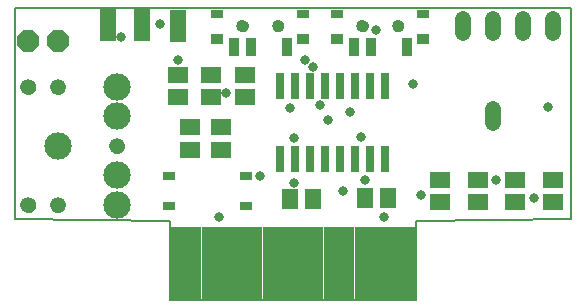
<source format=gts>
G75*
%MOIN*%
%OFA0B0*%
%FSLAX25Y25*%
%IPPOS*%
%LPD*%
%AMOC8*
5,1,8,0,0,1.08239X$1,22.5*
%
%ADD10C,0.00004*%
%ADD11C,0.00600*%
%ADD12R,0.03100X0.08500*%
%ADD13C,0.09100*%
%ADD14C,0.00000*%
%ADD15C,0.05224*%
%ADD16OC8,0.07100*%
%ADD17R,0.04437X0.02862*%
%ADD18R,0.05618X0.06799*%
%ADD19R,0.06799X0.05618*%
%ADD20R,0.03256X0.06406*%
%ADD21R,0.04437X0.03650*%
%ADD22C,0.04043*%
%ADD23C,0.05300*%
%ADD24R,0.05500X0.10500*%
%ADD25R,0.09949X0.24476*%
%ADD26C,0.03200*%
%ADD27C,0.03278*%
D10*
X0145979Y0027600D02*
X0146391Y0027600D01*
D11*
X0012741Y0028100D02*
X0012741Y0098600D01*
X0198241Y0098600D01*
X0198241Y0028100D01*
X0146391Y0027600D01*
X0146391Y0001300D01*
X0064591Y0001300D01*
X0064591Y0027600D01*
X0012741Y0028100D01*
D12*
X0101241Y0048250D03*
X0106241Y0048250D03*
X0111241Y0048250D03*
X0116241Y0048250D03*
X0121241Y0048250D03*
X0126241Y0048250D03*
X0131241Y0048250D03*
X0136241Y0048250D03*
X0136241Y0072450D03*
X0131241Y0072450D03*
X0126241Y0072450D03*
X0121241Y0072450D03*
X0116241Y0072450D03*
X0111241Y0072450D03*
X0106241Y0072450D03*
X0101241Y0072450D03*
D13*
X0046676Y0072285D03*
X0046676Y0062443D03*
X0026991Y0052600D03*
X0046676Y0042757D03*
X0046676Y0032915D03*
D14*
X0024629Y0032915D02*
X0024631Y0033012D01*
X0024637Y0033109D01*
X0024647Y0033205D01*
X0024661Y0033301D01*
X0024679Y0033397D01*
X0024700Y0033491D01*
X0024726Y0033585D01*
X0024755Y0033677D01*
X0024789Y0033768D01*
X0024825Y0033858D01*
X0024866Y0033946D01*
X0024910Y0034032D01*
X0024958Y0034117D01*
X0025009Y0034199D01*
X0025063Y0034280D01*
X0025121Y0034358D01*
X0025182Y0034433D01*
X0025245Y0034506D01*
X0025312Y0034577D01*
X0025382Y0034644D01*
X0025454Y0034709D01*
X0025529Y0034770D01*
X0025607Y0034829D01*
X0025686Y0034884D01*
X0025768Y0034936D01*
X0025852Y0034984D01*
X0025938Y0035029D01*
X0026026Y0035071D01*
X0026115Y0035109D01*
X0026206Y0035143D01*
X0026298Y0035173D01*
X0026391Y0035200D01*
X0026486Y0035222D01*
X0026581Y0035241D01*
X0026677Y0035256D01*
X0026773Y0035267D01*
X0026870Y0035274D01*
X0026967Y0035277D01*
X0027064Y0035276D01*
X0027161Y0035271D01*
X0027257Y0035262D01*
X0027353Y0035249D01*
X0027449Y0035232D01*
X0027544Y0035211D01*
X0027637Y0035187D01*
X0027730Y0035158D01*
X0027822Y0035126D01*
X0027912Y0035090D01*
X0028000Y0035051D01*
X0028087Y0035007D01*
X0028172Y0034961D01*
X0028255Y0034910D01*
X0028336Y0034857D01*
X0028414Y0034800D01*
X0028491Y0034740D01*
X0028564Y0034677D01*
X0028635Y0034611D01*
X0028703Y0034542D01*
X0028769Y0034470D01*
X0028831Y0034396D01*
X0028890Y0034319D01*
X0028946Y0034240D01*
X0028999Y0034158D01*
X0029049Y0034075D01*
X0029094Y0033989D01*
X0029137Y0033902D01*
X0029176Y0033813D01*
X0029211Y0033723D01*
X0029242Y0033631D01*
X0029269Y0033538D01*
X0029293Y0033444D01*
X0029313Y0033349D01*
X0029329Y0033253D01*
X0029341Y0033157D01*
X0029349Y0033060D01*
X0029353Y0032963D01*
X0029353Y0032867D01*
X0029349Y0032770D01*
X0029341Y0032673D01*
X0029329Y0032577D01*
X0029313Y0032481D01*
X0029293Y0032386D01*
X0029269Y0032292D01*
X0029242Y0032199D01*
X0029211Y0032107D01*
X0029176Y0032017D01*
X0029137Y0031928D01*
X0029094Y0031841D01*
X0029049Y0031755D01*
X0028999Y0031672D01*
X0028946Y0031590D01*
X0028890Y0031511D01*
X0028831Y0031434D01*
X0028769Y0031360D01*
X0028703Y0031288D01*
X0028635Y0031219D01*
X0028564Y0031153D01*
X0028491Y0031090D01*
X0028414Y0031030D01*
X0028336Y0030973D01*
X0028255Y0030920D01*
X0028172Y0030869D01*
X0028087Y0030823D01*
X0028000Y0030779D01*
X0027912Y0030740D01*
X0027822Y0030704D01*
X0027730Y0030672D01*
X0027637Y0030643D01*
X0027544Y0030619D01*
X0027449Y0030598D01*
X0027353Y0030581D01*
X0027257Y0030568D01*
X0027161Y0030559D01*
X0027064Y0030554D01*
X0026967Y0030553D01*
X0026870Y0030556D01*
X0026773Y0030563D01*
X0026677Y0030574D01*
X0026581Y0030589D01*
X0026486Y0030608D01*
X0026391Y0030630D01*
X0026298Y0030657D01*
X0026206Y0030687D01*
X0026115Y0030721D01*
X0026026Y0030759D01*
X0025938Y0030801D01*
X0025852Y0030846D01*
X0025768Y0030894D01*
X0025686Y0030946D01*
X0025607Y0031001D01*
X0025529Y0031060D01*
X0025454Y0031121D01*
X0025382Y0031186D01*
X0025312Y0031253D01*
X0025245Y0031324D01*
X0025182Y0031397D01*
X0025121Y0031472D01*
X0025063Y0031550D01*
X0025009Y0031631D01*
X0024958Y0031713D01*
X0024910Y0031798D01*
X0024866Y0031884D01*
X0024825Y0031972D01*
X0024789Y0032062D01*
X0024755Y0032153D01*
X0024726Y0032245D01*
X0024700Y0032339D01*
X0024679Y0032433D01*
X0024661Y0032529D01*
X0024647Y0032625D01*
X0024637Y0032721D01*
X0024631Y0032818D01*
X0024629Y0032915D01*
X0014786Y0032915D02*
X0014788Y0033012D01*
X0014794Y0033109D01*
X0014804Y0033205D01*
X0014818Y0033301D01*
X0014836Y0033397D01*
X0014857Y0033491D01*
X0014883Y0033585D01*
X0014912Y0033677D01*
X0014946Y0033768D01*
X0014982Y0033858D01*
X0015023Y0033946D01*
X0015067Y0034032D01*
X0015115Y0034117D01*
X0015166Y0034199D01*
X0015220Y0034280D01*
X0015278Y0034358D01*
X0015339Y0034433D01*
X0015402Y0034506D01*
X0015469Y0034577D01*
X0015539Y0034644D01*
X0015611Y0034709D01*
X0015686Y0034770D01*
X0015764Y0034829D01*
X0015843Y0034884D01*
X0015925Y0034936D01*
X0016009Y0034984D01*
X0016095Y0035029D01*
X0016183Y0035071D01*
X0016272Y0035109D01*
X0016363Y0035143D01*
X0016455Y0035173D01*
X0016548Y0035200D01*
X0016643Y0035222D01*
X0016738Y0035241D01*
X0016834Y0035256D01*
X0016930Y0035267D01*
X0017027Y0035274D01*
X0017124Y0035277D01*
X0017221Y0035276D01*
X0017318Y0035271D01*
X0017414Y0035262D01*
X0017510Y0035249D01*
X0017606Y0035232D01*
X0017701Y0035211D01*
X0017794Y0035187D01*
X0017887Y0035158D01*
X0017979Y0035126D01*
X0018069Y0035090D01*
X0018157Y0035051D01*
X0018244Y0035007D01*
X0018329Y0034961D01*
X0018412Y0034910D01*
X0018493Y0034857D01*
X0018571Y0034800D01*
X0018648Y0034740D01*
X0018721Y0034677D01*
X0018792Y0034611D01*
X0018860Y0034542D01*
X0018926Y0034470D01*
X0018988Y0034396D01*
X0019047Y0034319D01*
X0019103Y0034240D01*
X0019156Y0034158D01*
X0019206Y0034075D01*
X0019251Y0033989D01*
X0019294Y0033902D01*
X0019333Y0033813D01*
X0019368Y0033723D01*
X0019399Y0033631D01*
X0019426Y0033538D01*
X0019450Y0033444D01*
X0019470Y0033349D01*
X0019486Y0033253D01*
X0019498Y0033157D01*
X0019506Y0033060D01*
X0019510Y0032963D01*
X0019510Y0032867D01*
X0019506Y0032770D01*
X0019498Y0032673D01*
X0019486Y0032577D01*
X0019470Y0032481D01*
X0019450Y0032386D01*
X0019426Y0032292D01*
X0019399Y0032199D01*
X0019368Y0032107D01*
X0019333Y0032017D01*
X0019294Y0031928D01*
X0019251Y0031841D01*
X0019206Y0031755D01*
X0019156Y0031672D01*
X0019103Y0031590D01*
X0019047Y0031511D01*
X0018988Y0031434D01*
X0018926Y0031360D01*
X0018860Y0031288D01*
X0018792Y0031219D01*
X0018721Y0031153D01*
X0018648Y0031090D01*
X0018571Y0031030D01*
X0018493Y0030973D01*
X0018412Y0030920D01*
X0018329Y0030869D01*
X0018244Y0030823D01*
X0018157Y0030779D01*
X0018069Y0030740D01*
X0017979Y0030704D01*
X0017887Y0030672D01*
X0017794Y0030643D01*
X0017701Y0030619D01*
X0017606Y0030598D01*
X0017510Y0030581D01*
X0017414Y0030568D01*
X0017318Y0030559D01*
X0017221Y0030554D01*
X0017124Y0030553D01*
X0017027Y0030556D01*
X0016930Y0030563D01*
X0016834Y0030574D01*
X0016738Y0030589D01*
X0016643Y0030608D01*
X0016548Y0030630D01*
X0016455Y0030657D01*
X0016363Y0030687D01*
X0016272Y0030721D01*
X0016183Y0030759D01*
X0016095Y0030801D01*
X0016009Y0030846D01*
X0015925Y0030894D01*
X0015843Y0030946D01*
X0015764Y0031001D01*
X0015686Y0031060D01*
X0015611Y0031121D01*
X0015539Y0031186D01*
X0015469Y0031253D01*
X0015402Y0031324D01*
X0015339Y0031397D01*
X0015278Y0031472D01*
X0015220Y0031550D01*
X0015166Y0031631D01*
X0015115Y0031713D01*
X0015067Y0031798D01*
X0015023Y0031884D01*
X0014982Y0031972D01*
X0014946Y0032062D01*
X0014912Y0032153D01*
X0014883Y0032245D01*
X0014857Y0032339D01*
X0014836Y0032433D01*
X0014818Y0032529D01*
X0014804Y0032625D01*
X0014794Y0032721D01*
X0014788Y0032818D01*
X0014786Y0032915D01*
X0044314Y0052600D02*
X0044316Y0052697D01*
X0044322Y0052794D01*
X0044332Y0052890D01*
X0044346Y0052986D01*
X0044364Y0053082D01*
X0044385Y0053176D01*
X0044411Y0053270D01*
X0044440Y0053362D01*
X0044474Y0053453D01*
X0044510Y0053543D01*
X0044551Y0053631D01*
X0044595Y0053717D01*
X0044643Y0053802D01*
X0044694Y0053884D01*
X0044748Y0053965D01*
X0044806Y0054043D01*
X0044867Y0054118D01*
X0044930Y0054191D01*
X0044997Y0054262D01*
X0045067Y0054329D01*
X0045139Y0054394D01*
X0045214Y0054455D01*
X0045292Y0054514D01*
X0045371Y0054569D01*
X0045453Y0054621D01*
X0045537Y0054669D01*
X0045623Y0054714D01*
X0045711Y0054756D01*
X0045800Y0054794D01*
X0045891Y0054828D01*
X0045983Y0054858D01*
X0046076Y0054885D01*
X0046171Y0054907D01*
X0046266Y0054926D01*
X0046362Y0054941D01*
X0046458Y0054952D01*
X0046555Y0054959D01*
X0046652Y0054962D01*
X0046749Y0054961D01*
X0046846Y0054956D01*
X0046942Y0054947D01*
X0047038Y0054934D01*
X0047134Y0054917D01*
X0047229Y0054896D01*
X0047322Y0054872D01*
X0047415Y0054843D01*
X0047507Y0054811D01*
X0047597Y0054775D01*
X0047685Y0054736D01*
X0047772Y0054692D01*
X0047857Y0054646D01*
X0047940Y0054595D01*
X0048021Y0054542D01*
X0048099Y0054485D01*
X0048176Y0054425D01*
X0048249Y0054362D01*
X0048320Y0054296D01*
X0048388Y0054227D01*
X0048454Y0054155D01*
X0048516Y0054081D01*
X0048575Y0054004D01*
X0048631Y0053925D01*
X0048684Y0053843D01*
X0048734Y0053760D01*
X0048779Y0053674D01*
X0048822Y0053587D01*
X0048861Y0053498D01*
X0048896Y0053408D01*
X0048927Y0053316D01*
X0048954Y0053223D01*
X0048978Y0053129D01*
X0048998Y0053034D01*
X0049014Y0052938D01*
X0049026Y0052842D01*
X0049034Y0052745D01*
X0049038Y0052648D01*
X0049038Y0052552D01*
X0049034Y0052455D01*
X0049026Y0052358D01*
X0049014Y0052262D01*
X0048998Y0052166D01*
X0048978Y0052071D01*
X0048954Y0051977D01*
X0048927Y0051884D01*
X0048896Y0051792D01*
X0048861Y0051702D01*
X0048822Y0051613D01*
X0048779Y0051526D01*
X0048734Y0051440D01*
X0048684Y0051357D01*
X0048631Y0051275D01*
X0048575Y0051196D01*
X0048516Y0051119D01*
X0048454Y0051045D01*
X0048388Y0050973D01*
X0048320Y0050904D01*
X0048249Y0050838D01*
X0048176Y0050775D01*
X0048099Y0050715D01*
X0048021Y0050658D01*
X0047940Y0050605D01*
X0047857Y0050554D01*
X0047772Y0050508D01*
X0047685Y0050464D01*
X0047597Y0050425D01*
X0047507Y0050389D01*
X0047415Y0050357D01*
X0047322Y0050328D01*
X0047229Y0050304D01*
X0047134Y0050283D01*
X0047038Y0050266D01*
X0046942Y0050253D01*
X0046846Y0050244D01*
X0046749Y0050239D01*
X0046652Y0050238D01*
X0046555Y0050241D01*
X0046458Y0050248D01*
X0046362Y0050259D01*
X0046266Y0050274D01*
X0046171Y0050293D01*
X0046076Y0050315D01*
X0045983Y0050342D01*
X0045891Y0050372D01*
X0045800Y0050406D01*
X0045711Y0050444D01*
X0045623Y0050486D01*
X0045537Y0050531D01*
X0045453Y0050579D01*
X0045371Y0050631D01*
X0045292Y0050686D01*
X0045214Y0050745D01*
X0045139Y0050806D01*
X0045067Y0050871D01*
X0044997Y0050938D01*
X0044930Y0051009D01*
X0044867Y0051082D01*
X0044806Y0051157D01*
X0044748Y0051235D01*
X0044694Y0051316D01*
X0044643Y0051398D01*
X0044595Y0051483D01*
X0044551Y0051569D01*
X0044510Y0051657D01*
X0044474Y0051747D01*
X0044440Y0051838D01*
X0044411Y0051930D01*
X0044385Y0052024D01*
X0044364Y0052118D01*
X0044346Y0052214D01*
X0044332Y0052310D01*
X0044322Y0052406D01*
X0044316Y0052503D01*
X0044314Y0052600D01*
X0024629Y0072285D02*
X0024631Y0072382D01*
X0024637Y0072479D01*
X0024647Y0072575D01*
X0024661Y0072671D01*
X0024679Y0072767D01*
X0024700Y0072861D01*
X0024726Y0072955D01*
X0024755Y0073047D01*
X0024789Y0073138D01*
X0024825Y0073228D01*
X0024866Y0073316D01*
X0024910Y0073402D01*
X0024958Y0073487D01*
X0025009Y0073569D01*
X0025063Y0073650D01*
X0025121Y0073728D01*
X0025182Y0073803D01*
X0025245Y0073876D01*
X0025312Y0073947D01*
X0025382Y0074014D01*
X0025454Y0074079D01*
X0025529Y0074140D01*
X0025607Y0074199D01*
X0025686Y0074254D01*
X0025768Y0074306D01*
X0025852Y0074354D01*
X0025938Y0074399D01*
X0026026Y0074441D01*
X0026115Y0074479D01*
X0026206Y0074513D01*
X0026298Y0074543D01*
X0026391Y0074570D01*
X0026486Y0074592D01*
X0026581Y0074611D01*
X0026677Y0074626D01*
X0026773Y0074637D01*
X0026870Y0074644D01*
X0026967Y0074647D01*
X0027064Y0074646D01*
X0027161Y0074641D01*
X0027257Y0074632D01*
X0027353Y0074619D01*
X0027449Y0074602D01*
X0027544Y0074581D01*
X0027637Y0074557D01*
X0027730Y0074528D01*
X0027822Y0074496D01*
X0027912Y0074460D01*
X0028000Y0074421D01*
X0028087Y0074377D01*
X0028172Y0074331D01*
X0028255Y0074280D01*
X0028336Y0074227D01*
X0028414Y0074170D01*
X0028491Y0074110D01*
X0028564Y0074047D01*
X0028635Y0073981D01*
X0028703Y0073912D01*
X0028769Y0073840D01*
X0028831Y0073766D01*
X0028890Y0073689D01*
X0028946Y0073610D01*
X0028999Y0073528D01*
X0029049Y0073445D01*
X0029094Y0073359D01*
X0029137Y0073272D01*
X0029176Y0073183D01*
X0029211Y0073093D01*
X0029242Y0073001D01*
X0029269Y0072908D01*
X0029293Y0072814D01*
X0029313Y0072719D01*
X0029329Y0072623D01*
X0029341Y0072527D01*
X0029349Y0072430D01*
X0029353Y0072333D01*
X0029353Y0072237D01*
X0029349Y0072140D01*
X0029341Y0072043D01*
X0029329Y0071947D01*
X0029313Y0071851D01*
X0029293Y0071756D01*
X0029269Y0071662D01*
X0029242Y0071569D01*
X0029211Y0071477D01*
X0029176Y0071387D01*
X0029137Y0071298D01*
X0029094Y0071211D01*
X0029049Y0071125D01*
X0028999Y0071042D01*
X0028946Y0070960D01*
X0028890Y0070881D01*
X0028831Y0070804D01*
X0028769Y0070730D01*
X0028703Y0070658D01*
X0028635Y0070589D01*
X0028564Y0070523D01*
X0028491Y0070460D01*
X0028414Y0070400D01*
X0028336Y0070343D01*
X0028255Y0070290D01*
X0028172Y0070239D01*
X0028087Y0070193D01*
X0028000Y0070149D01*
X0027912Y0070110D01*
X0027822Y0070074D01*
X0027730Y0070042D01*
X0027637Y0070013D01*
X0027544Y0069989D01*
X0027449Y0069968D01*
X0027353Y0069951D01*
X0027257Y0069938D01*
X0027161Y0069929D01*
X0027064Y0069924D01*
X0026967Y0069923D01*
X0026870Y0069926D01*
X0026773Y0069933D01*
X0026677Y0069944D01*
X0026581Y0069959D01*
X0026486Y0069978D01*
X0026391Y0070000D01*
X0026298Y0070027D01*
X0026206Y0070057D01*
X0026115Y0070091D01*
X0026026Y0070129D01*
X0025938Y0070171D01*
X0025852Y0070216D01*
X0025768Y0070264D01*
X0025686Y0070316D01*
X0025607Y0070371D01*
X0025529Y0070430D01*
X0025454Y0070491D01*
X0025382Y0070556D01*
X0025312Y0070623D01*
X0025245Y0070694D01*
X0025182Y0070767D01*
X0025121Y0070842D01*
X0025063Y0070920D01*
X0025009Y0071001D01*
X0024958Y0071083D01*
X0024910Y0071168D01*
X0024866Y0071254D01*
X0024825Y0071342D01*
X0024789Y0071432D01*
X0024755Y0071523D01*
X0024726Y0071615D01*
X0024700Y0071709D01*
X0024679Y0071803D01*
X0024661Y0071899D01*
X0024647Y0071995D01*
X0024637Y0072091D01*
X0024631Y0072188D01*
X0024629Y0072285D01*
X0014786Y0072285D02*
X0014788Y0072382D01*
X0014794Y0072479D01*
X0014804Y0072575D01*
X0014818Y0072671D01*
X0014836Y0072767D01*
X0014857Y0072861D01*
X0014883Y0072955D01*
X0014912Y0073047D01*
X0014946Y0073138D01*
X0014982Y0073228D01*
X0015023Y0073316D01*
X0015067Y0073402D01*
X0015115Y0073487D01*
X0015166Y0073569D01*
X0015220Y0073650D01*
X0015278Y0073728D01*
X0015339Y0073803D01*
X0015402Y0073876D01*
X0015469Y0073947D01*
X0015539Y0074014D01*
X0015611Y0074079D01*
X0015686Y0074140D01*
X0015764Y0074199D01*
X0015843Y0074254D01*
X0015925Y0074306D01*
X0016009Y0074354D01*
X0016095Y0074399D01*
X0016183Y0074441D01*
X0016272Y0074479D01*
X0016363Y0074513D01*
X0016455Y0074543D01*
X0016548Y0074570D01*
X0016643Y0074592D01*
X0016738Y0074611D01*
X0016834Y0074626D01*
X0016930Y0074637D01*
X0017027Y0074644D01*
X0017124Y0074647D01*
X0017221Y0074646D01*
X0017318Y0074641D01*
X0017414Y0074632D01*
X0017510Y0074619D01*
X0017606Y0074602D01*
X0017701Y0074581D01*
X0017794Y0074557D01*
X0017887Y0074528D01*
X0017979Y0074496D01*
X0018069Y0074460D01*
X0018157Y0074421D01*
X0018244Y0074377D01*
X0018329Y0074331D01*
X0018412Y0074280D01*
X0018493Y0074227D01*
X0018571Y0074170D01*
X0018648Y0074110D01*
X0018721Y0074047D01*
X0018792Y0073981D01*
X0018860Y0073912D01*
X0018926Y0073840D01*
X0018988Y0073766D01*
X0019047Y0073689D01*
X0019103Y0073610D01*
X0019156Y0073528D01*
X0019206Y0073445D01*
X0019251Y0073359D01*
X0019294Y0073272D01*
X0019333Y0073183D01*
X0019368Y0073093D01*
X0019399Y0073001D01*
X0019426Y0072908D01*
X0019450Y0072814D01*
X0019470Y0072719D01*
X0019486Y0072623D01*
X0019498Y0072527D01*
X0019506Y0072430D01*
X0019510Y0072333D01*
X0019510Y0072237D01*
X0019506Y0072140D01*
X0019498Y0072043D01*
X0019486Y0071947D01*
X0019470Y0071851D01*
X0019450Y0071756D01*
X0019426Y0071662D01*
X0019399Y0071569D01*
X0019368Y0071477D01*
X0019333Y0071387D01*
X0019294Y0071298D01*
X0019251Y0071211D01*
X0019206Y0071125D01*
X0019156Y0071042D01*
X0019103Y0070960D01*
X0019047Y0070881D01*
X0018988Y0070804D01*
X0018926Y0070730D01*
X0018860Y0070658D01*
X0018792Y0070589D01*
X0018721Y0070523D01*
X0018648Y0070460D01*
X0018571Y0070400D01*
X0018493Y0070343D01*
X0018412Y0070290D01*
X0018329Y0070239D01*
X0018244Y0070193D01*
X0018157Y0070149D01*
X0018069Y0070110D01*
X0017979Y0070074D01*
X0017887Y0070042D01*
X0017794Y0070013D01*
X0017701Y0069989D01*
X0017606Y0069968D01*
X0017510Y0069951D01*
X0017414Y0069938D01*
X0017318Y0069929D01*
X0017221Y0069924D01*
X0017124Y0069923D01*
X0017027Y0069926D01*
X0016930Y0069933D01*
X0016834Y0069944D01*
X0016738Y0069959D01*
X0016643Y0069978D01*
X0016548Y0070000D01*
X0016455Y0070027D01*
X0016363Y0070057D01*
X0016272Y0070091D01*
X0016183Y0070129D01*
X0016095Y0070171D01*
X0016009Y0070216D01*
X0015925Y0070264D01*
X0015843Y0070316D01*
X0015764Y0070371D01*
X0015686Y0070430D01*
X0015611Y0070491D01*
X0015539Y0070556D01*
X0015469Y0070623D01*
X0015402Y0070694D01*
X0015339Y0070767D01*
X0015278Y0070842D01*
X0015220Y0070920D01*
X0015166Y0071001D01*
X0015115Y0071083D01*
X0015067Y0071168D01*
X0015023Y0071254D01*
X0014982Y0071342D01*
X0014946Y0071432D01*
X0014912Y0071523D01*
X0014883Y0071615D01*
X0014857Y0071709D01*
X0014836Y0071803D01*
X0014818Y0071899D01*
X0014804Y0071995D01*
X0014794Y0072091D01*
X0014788Y0072188D01*
X0014786Y0072285D01*
X0086813Y0092600D02*
X0086815Y0092684D01*
X0086821Y0092767D01*
X0086831Y0092850D01*
X0086845Y0092933D01*
X0086862Y0093015D01*
X0086884Y0093096D01*
X0086909Y0093175D01*
X0086938Y0093254D01*
X0086971Y0093331D01*
X0087007Y0093406D01*
X0087047Y0093480D01*
X0087090Y0093552D01*
X0087137Y0093621D01*
X0087187Y0093688D01*
X0087240Y0093753D01*
X0087296Y0093815D01*
X0087354Y0093875D01*
X0087416Y0093932D01*
X0087480Y0093985D01*
X0087547Y0094036D01*
X0087616Y0094083D01*
X0087687Y0094128D01*
X0087760Y0094168D01*
X0087835Y0094205D01*
X0087912Y0094239D01*
X0087990Y0094269D01*
X0088069Y0094295D01*
X0088150Y0094318D01*
X0088232Y0094336D01*
X0088314Y0094351D01*
X0088397Y0094362D01*
X0088480Y0094369D01*
X0088564Y0094372D01*
X0088648Y0094371D01*
X0088731Y0094366D01*
X0088815Y0094357D01*
X0088897Y0094344D01*
X0088979Y0094328D01*
X0089060Y0094307D01*
X0089141Y0094283D01*
X0089219Y0094255D01*
X0089297Y0094223D01*
X0089373Y0094187D01*
X0089447Y0094148D01*
X0089519Y0094106D01*
X0089589Y0094060D01*
X0089657Y0094011D01*
X0089722Y0093959D01*
X0089785Y0093904D01*
X0089845Y0093846D01*
X0089903Y0093785D01*
X0089957Y0093721D01*
X0090009Y0093655D01*
X0090057Y0093587D01*
X0090102Y0093516D01*
X0090143Y0093443D01*
X0090182Y0093369D01*
X0090216Y0093293D01*
X0090247Y0093215D01*
X0090274Y0093136D01*
X0090298Y0093055D01*
X0090317Y0092974D01*
X0090333Y0092892D01*
X0090345Y0092809D01*
X0090353Y0092725D01*
X0090357Y0092642D01*
X0090357Y0092558D01*
X0090353Y0092475D01*
X0090345Y0092391D01*
X0090333Y0092308D01*
X0090317Y0092226D01*
X0090298Y0092145D01*
X0090274Y0092064D01*
X0090247Y0091985D01*
X0090216Y0091907D01*
X0090182Y0091831D01*
X0090143Y0091757D01*
X0090102Y0091684D01*
X0090057Y0091613D01*
X0090009Y0091545D01*
X0089957Y0091479D01*
X0089903Y0091415D01*
X0089845Y0091354D01*
X0089785Y0091296D01*
X0089722Y0091241D01*
X0089657Y0091189D01*
X0089589Y0091140D01*
X0089519Y0091094D01*
X0089447Y0091052D01*
X0089373Y0091013D01*
X0089297Y0090977D01*
X0089219Y0090945D01*
X0089141Y0090917D01*
X0089060Y0090893D01*
X0088979Y0090872D01*
X0088897Y0090856D01*
X0088815Y0090843D01*
X0088731Y0090834D01*
X0088648Y0090829D01*
X0088564Y0090828D01*
X0088480Y0090831D01*
X0088397Y0090838D01*
X0088314Y0090849D01*
X0088232Y0090864D01*
X0088150Y0090882D01*
X0088069Y0090905D01*
X0087990Y0090931D01*
X0087912Y0090961D01*
X0087835Y0090995D01*
X0087760Y0091032D01*
X0087687Y0091072D01*
X0087616Y0091117D01*
X0087547Y0091164D01*
X0087480Y0091215D01*
X0087416Y0091268D01*
X0087354Y0091325D01*
X0087296Y0091385D01*
X0087240Y0091447D01*
X0087187Y0091512D01*
X0087137Y0091579D01*
X0087090Y0091648D01*
X0087047Y0091720D01*
X0087007Y0091794D01*
X0086971Y0091869D01*
X0086938Y0091946D01*
X0086909Y0092025D01*
X0086884Y0092104D01*
X0086862Y0092185D01*
X0086845Y0092267D01*
X0086831Y0092350D01*
X0086821Y0092433D01*
X0086815Y0092516D01*
X0086813Y0092600D01*
X0098624Y0092600D02*
X0098626Y0092684D01*
X0098632Y0092767D01*
X0098642Y0092850D01*
X0098656Y0092933D01*
X0098673Y0093015D01*
X0098695Y0093096D01*
X0098720Y0093175D01*
X0098749Y0093254D01*
X0098782Y0093331D01*
X0098818Y0093406D01*
X0098858Y0093480D01*
X0098901Y0093552D01*
X0098948Y0093621D01*
X0098998Y0093688D01*
X0099051Y0093753D01*
X0099107Y0093815D01*
X0099165Y0093875D01*
X0099227Y0093932D01*
X0099291Y0093985D01*
X0099358Y0094036D01*
X0099427Y0094083D01*
X0099498Y0094128D01*
X0099571Y0094168D01*
X0099646Y0094205D01*
X0099723Y0094239D01*
X0099801Y0094269D01*
X0099880Y0094295D01*
X0099961Y0094318D01*
X0100043Y0094336D01*
X0100125Y0094351D01*
X0100208Y0094362D01*
X0100291Y0094369D01*
X0100375Y0094372D01*
X0100459Y0094371D01*
X0100542Y0094366D01*
X0100626Y0094357D01*
X0100708Y0094344D01*
X0100790Y0094328D01*
X0100871Y0094307D01*
X0100952Y0094283D01*
X0101030Y0094255D01*
X0101108Y0094223D01*
X0101184Y0094187D01*
X0101258Y0094148D01*
X0101330Y0094106D01*
X0101400Y0094060D01*
X0101468Y0094011D01*
X0101533Y0093959D01*
X0101596Y0093904D01*
X0101656Y0093846D01*
X0101714Y0093785D01*
X0101768Y0093721D01*
X0101820Y0093655D01*
X0101868Y0093587D01*
X0101913Y0093516D01*
X0101954Y0093443D01*
X0101993Y0093369D01*
X0102027Y0093293D01*
X0102058Y0093215D01*
X0102085Y0093136D01*
X0102109Y0093055D01*
X0102128Y0092974D01*
X0102144Y0092892D01*
X0102156Y0092809D01*
X0102164Y0092725D01*
X0102168Y0092642D01*
X0102168Y0092558D01*
X0102164Y0092475D01*
X0102156Y0092391D01*
X0102144Y0092308D01*
X0102128Y0092226D01*
X0102109Y0092145D01*
X0102085Y0092064D01*
X0102058Y0091985D01*
X0102027Y0091907D01*
X0101993Y0091831D01*
X0101954Y0091757D01*
X0101913Y0091684D01*
X0101868Y0091613D01*
X0101820Y0091545D01*
X0101768Y0091479D01*
X0101714Y0091415D01*
X0101656Y0091354D01*
X0101596Y0091296D01*
X0101533Y0091241D01*
X0101468Y0091189D01*
X0101400Y0091140D01*
X0101330Y0091094D01*
X0101258Y0091052D01*
X0101184Y0091013D01*
X0101108Y0090977D01*
X0101030Y0090945D01*
X0100952Y0090917D01*
X0100871Y0090893D01*
X0100790Y0090872D01*
X0100708Y0090856D01*
X0100626Y0090843D01*
X0100542Y0090834D01*
X0100459Y0090829D01*
X0100375Y0090828D01*
X0100291Y0090831D01*
X0100208Y0090838D01*
X0100125Y0090849D01*
X0100043Y0090864D01*
X0099961Y0090882D01*
X0099880Y0090905D01*
X0099801Y0090931D01*
X0099723Y0090961D01*
X0099646Y0090995D01*
X0099571Y0091032D01*
X0099498Y0091072D01*
X0099427Y0091117D01*
X0099358Y0091164D01*
X0099291Y0091215D01*
X0099227Y0091268D01*
X0099165Y0091325D01*
X0099107Y0091385D01*
X0099051Y0091447D01*
X0098998Y0091512D01*
X0098948Y0091579D01*
X0098901Y0091648D01*
X0098858Y0091720D01*
X0098818Y0091794D01*
X0098782Y0091869D01*
X0098749Y0091946D01*
X0098720Y0092025D01*
X0098695Y0092104D01*
X0098673Y0092185D01*
X0098656Y0092267D01*
X0098642Y0092350D01*
X0098632Y0092433D01*
X0098626Y0092516D01*
X0098624Y0092600D01*
X0126813Y0092600D02*
X0126815Y0092684D01*
X0126821Y0092767D01*
X0126831Y0092850D01*
X0126845Y0092933D01*
X0126862Y0093015D01*
X0126884Y0093096D01*
X0126909Y0093175D01*
X0126938Y0093254D01*
X0126971Y0093331D01*
X0127007Y0093406D01*
X0127047Y0093480D01*
X0127090Y0093552D01*
X0127137Y0093621D01*
X0127187Y0093688D01*
X0127240Y0093753D01*
X0127296Y0093815D01*
X0127354Y0093875D01*
X0127416Y0093932D01*
X0127480Y0093985D01*
X0127547Y0094036D01*
X0127616Y0094083D01*
X0127687Y0094128D01*
X0127760Y0094168D01*
X0127835Y0094205D01*
X0127912Y0094239D01*
X0127990Y0094269D01*
X0128069Y0094295D01*
X0128150Y0094318D01*
X0128232Y0094336D01*
X0128314Y0094351D01*
X0128397Y0094362D01*
X0128480Y0094369D01*
X0128564Y0094372D01*
X0128648Y0094371D01*
X0128731Y0094366D01*
X0128815Y0094357D01*
X0128897Y0094344D01*
X0128979Y0094328D01*
X0129060Y0094307D01*
X0129141Y0094283D01*
X0129219Y0094255D01*
X0129297Y0094223D01*
X0129373Y0094187D01*
X0129447Y0094148D01*
X0129519Y0094106D01*
X0129589Y0094060D01*
X0129657Y0094011D01*
X0129722Y0093959D01*
X0129785Y0093904D01*
X0129845Y0093846D01*
X0129903Y0093785D01*
X0129957Y0093721D01*
X0130009Y0093655D01*
X0130057Y0093587D01*
X0130102Y0093516D01*
X0130143Y0093443D01*
X0130182Y0093369D01*
X0130216Y0093293D01*
X0130247Y0093215D01*
X0130274Y0093136D01*
X0130298Y0093055D01*
X0130317Y0092974D01*
X0130333Y0092892D01*
X0130345Y0092809D01*
X0130353Y0092725D01*
X0130357Y0092642D01*
X0130357Y0092558D01*
X0130353Y0092475D01*
X0130345Y0092391D01*
X0130333Y0092308D01*
X0130317Y0092226D01*
X0130298Y0092145D01*
X0130274Y0092064D01*
X0130247Y0091985D01*
X0130216Y0091907D01*
X0130182Y0091831D01*
X0130143Y0091757D01*
X0130102Y0091684D01*
X0130057Y0091613D01*
X0130009Y0091545D01*
X0129957Y0091479D01*
X0129903Y0091415D01*
X0129845Y0091354D01*
X0129785Y0091296D01*
X0129722Y0091241D01*
X0129657Y0091189D01*
X0129589Y0091140D01*
X0129519Y0091094D01*
X0129447Y0091052D01*
X0129373Y0091013D01*
X0129297Y0090977D01*
X0129219Y0090945D01*
X0129141Y0090917D01*
X0129060Y0090893D01*
X0128979Y0090872D01*
X0128897Y0090856D01*
X0128815Y0090843D01*
X0128731Y0090834D01*
X0128648Y0090829D01*
X0128564Y0090828D01*
X0128480Y0090831D01*
X0128397Y0090838D01*
X0128314Y0090849D01*
X0128232Y0090864D01*
X0128150Y0090882D01*
X0128069Y0090905D01*
X0127990Y0090931D01*
X0127912Y0090961D01*
X0127835Y0090995D01*
X0127760Y0091032D01*
X0127687Y0091072D01*
X0127616Y0091117D01*
X0127547Y0091164D01*
X0127480Y0091215D01*
X0127416Y0091268D01*
X0127354Y0091325D01*
X0127296Y0091385D01*
X0127240Y0091447D01*
X0127187Y0091512D01*
X0127137Y0091579D01*
X0127090Y0091648D01*
X0127047Y0091720D01*
X0127007Y0091794D01*
X0126971Y0091869D01*
X0126938Y0091946D01*
X0126909Y0092025D01*
X0126884Y0092104D01*
X0126862Y0092185D01*
X0126845Y0092267D01*
X0126831Y0092350D01*
X0126821Y0092433D01*
X0126815Y0092516D01*
X0126813Y0092600D01*
X0138624Y0092600D02*
X0138626Y0092684D01*
X0138632Y0092767D01*
X0138642Y0092850D01*
X0138656Y0092933D01*
X0138673Y0093015D01*
X0138695Y0093096D01*
X0138720Y0093175D01*
X0138749Y0093254D01*
X0138782Y0093331D01*
X0138818Y0093406D01*
X0138858Y0093480D01*
X0138901Y0093552D01*
X0138948Y0093621D01*
X0138998Y0093688D01*
X0139051Y0093753D01*
X0139107Y0093815D01*
X0139165Y0093875D01*
X0139227Y0093932D01*
X0139291Y0093985D01*
X0139358Y0094036D01*
X0139427Y0094083D01*
X0139498Y0094128D01*
X0139571Y0094168D01*
X0139646Y0094205D01*
X0139723Y0094239D01*
X0139801Y0094269D01*
X0139880Y0094295D01*
X0139961Y0094318D01*
X0140043Y0094336D01*
X0140125Y0094351D01*
X0140208Y0094362D01*
X0140291Y0094369D01*
X0140375Y0094372D01*
X0140459Y0094371D01*
X0140542Y0094366D01*
X0140626Y0094357D01*
X0140708Y0094344D01*
X0140790Y0094328D01*
X0140871Y0094307D01*
X0140952Y0094283D01*
X0141030Y0094255D01*
X0141108Y0094223D01*
X0141184Y0094187D01*
X0141258Y0094148D01*
X0141330Y0094106D01*
X0141400Y0094060D01*
X0141468Y0094011D01*
X0141533Y0093959D01*
X0141596Y0093904D01*
X0141656Y0093846D01*
X0141714Y0093785D01*
X0141768Y0093721D01*
X0141820Y0093655D01*
X0141868Y0093587D01*
X0141913Y0093516D01*
X0141954Y0093443D01*
X0141993Y0093369D01*
X0142027Y0093293D01*
X0142058Y0093215D01*
X0142085Y0093136D01*
X0142109Y0093055D01*
X0142128Y0092974D01*
X0142144Y0092892D01*
X0142156Y0092809D01*
X0142164Y0092725D01*
X0142168Y0092642D01*
X0142168Y0092558D01*
X0142164Y0092475D01*
X0142156Y0092391D01*
X0142144Y0092308D01*
X0142128Y0092226D01*
X0142109Y0092145D01*
X0142085Y0092064D01*
X0142058Y0091985D01*
X0142027Y0091907D01*
X0141993Y0091831D01*
X0141954Y0091757D01*
X0141913Y0091684D01*
X0141868Y0091613D01*
X0141820Y0091545D01*
X0141768Y0091479D01*
X0141714Y0091415D01*
X0141656Y0091354D01*
X0141596Y0091296D01*
X0141533Y0091241D01*
X0141468Y0091189D01*
X0141400Y0091140D01*
X0141330Y0091094D01*
X0141258Y0091052D01*
X0141184Y0091013D01*
X0141108Y0090977D01*
X0141030Y0090945D01*
X0140952Y0090917D01*
X0140871Y0090893D01*
X0140790Y0090872D01*
X0140708Y0090856D01*
X0140626Y0090843D01*
X0140542Y0090834D01*
X0140459Y0090829D01*
X0140375Y0090828D01*
X0140291Y0090831D01*
X0140208Y0090838D01*
X0140125Y0090849D01*
X0140043Y0090864D01*
X0139961Y0090882D01*
X0139880Y0090905D01*
X0139801Y0090931D01*
X0139723Y0090961D01*
X0139646Y0090995D01*
X0139571Y0091032D01*
X0139498Y0091072D01*
X0139427Y0091117D01*
X0139358Y0091164D01*
X0139291Y0091215D01*
X0139227Y0091268D01*
X0139165Y0091325D01*
X0139107Y0091385D01*
X0139051Y0091447D01*
X0138998Y0091512D01*
X0138948Y0091579D01*
X0138901Y0091648D01*
X0138858Y0091720D01*
X0138818Y0091794D01*
X0138782Y0091869D01*
X0138749Y0091946D01*
X0138720Y0092025D01*
X0138695Y0092104D01*
X0138673Y0092185D01*
X0138656Y0092267D01*
X0138642Y0092350D01*
X0138632Y0092433D01*
X0138626Y0092516D01*
X0138624Y0092600D01*
D15*
X0046676Y0052600D03*
X0026991Y0072285D03*
X0017148Y0072285D03*
X0017148Y0032915D03*
X0026991Y0032915D03*
D16*
X0026991Y0087600D03*
X0016991Y0087600D03*
D17*
X0080120Y0096537D03*
X0108861Y0096537D03*
X0120120Y0096537D03*
X0148861Y0096537D03*
X0089746Y0042600D03*
X0089746Y0032600D03*
X0064235Y0032600D03*
X0064235Y0042600D03*
D18*
X0104500Y0034850D03*
X0111981Y0034850D03*
X0129500Y0035100D03*
X0136981Y0035100D03*
D19*
X0154491Y0033860D03*
X0166991Y0033860D03*
X0179491Y0033860D03*
X0191991Y0033860D03*
X0191991Y0041340D03*
X0179491Y0041340D03*
X0166991Y0041340D03*
X0154491Y0041340D03*
X0089491Y0068860D03*
X0077991Y0068860D03*
X0066991Y0068860D03*
X0066991Y0076340D03*
X0077991Y0076340D03*
X0089491Y0076340D03*
X0081491Y0058840D03*
X0070991Y0058840D03*
X0070991Y0051360D03*
X0081491Y0051360D03*
D20*
X0085632Y0085710D03*
X0091538Y0085710D03*
X0103349Y0085710D03*
X0125632Y0085710D03*
X0131538Y0085710D03*
X0143349Y0085710D03*
D21*
X0148861Y0088269D03*
X0120120Y0088269D03*
X0108861Y0088269D03*
X0080120Y0088269D03*
D22*
X0088585Y0092600D03*
X0100396Y0092600D03*
X0128585Y0092600D03*
X0140396Y0092600D03*
D23*
X0161991Y0095000D02*
X0161991Y0090200D01*
X0171991Y0090200D02*
X0171991Y0095000D01*
X0181991Y0095000D02*
X0181991Y0090200D01*
X0191991Y0090200D02*
X0191991Y0095000D01*
X0171991Y0065000D02*
X0171991Y0060200D01*
D24*
X0066991Y0092600D03*
X0054991Y0092850D03*
X0043741Y0092850D03*
D25*
X0069802Y0013600D03*
X0079998Y0013600D03*
X0090195Y0013600D03*
X0100392Y0013600D03*
X0110589Y0013600D03*
X0120786Y0013600D03*
X0130983Y0013600D03*
X0141180Y0013600D03*
D26*
X0135741Y0028850D03*
X0148241Y0036350D03*
X0129491Y0041350D03*
X0121991Y0037600D03*
X0105741Y0040100D03*
X0094491Y0042600D03*
X0105741Y0055100D03*
X0116991Y0061350D03*
X0114491Y0066350D03*
X0111991Y0078850D03*
X0109491Y0081350D03*
X0133241Y0091350D03*
X0083241Y0070100D03*
X0066991Y0081350D03*
X0048241Y0088850D03*
X0080741Y0028850D03*
X0173241Y0041350D03*
X0185741Y0035100D03*
D27*
X0127991Y0055600D03*
X0124491Y0063850D03*
X0104491Y0065100D03*
X0145491Y0073100D03*
X0190491Y0065600D03*
X0061241Y0093100D03*
M02*

</source>
